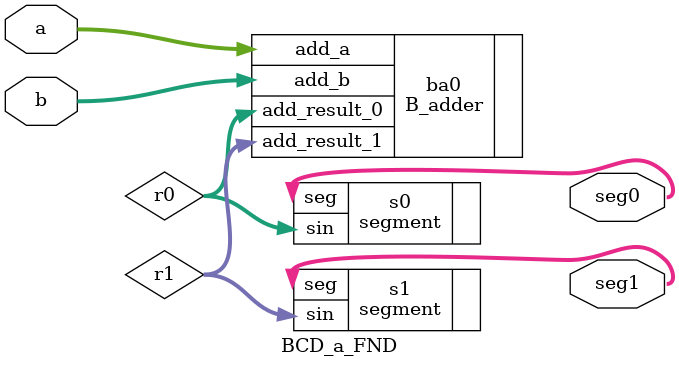
<source format=v>
`include "seg.v"
`include "a.v"

module BCD_a_FND(
    input [3:0] a,
    input [3:0] b,
    output wire [7:0] seg1,
    output wire [7:0] seg0
    );

wire [3:0] r0;
wire [3:0] r1;


// 덧셈을 먼저한 후에
B_adder ba0 (
    .add_a(a),
    .add_b(b),
    .add_result_0(r0),
    .add_result_1(r1)
);

// 세그먼트 r0 표시
segment s0 (
    .sin(r0),
    .seg(seg0)
);

// 세그먼트 r1 표시
segment s1 (
    .sin(r1),
    .seg(seg1)
);

endmodule 
</source>
